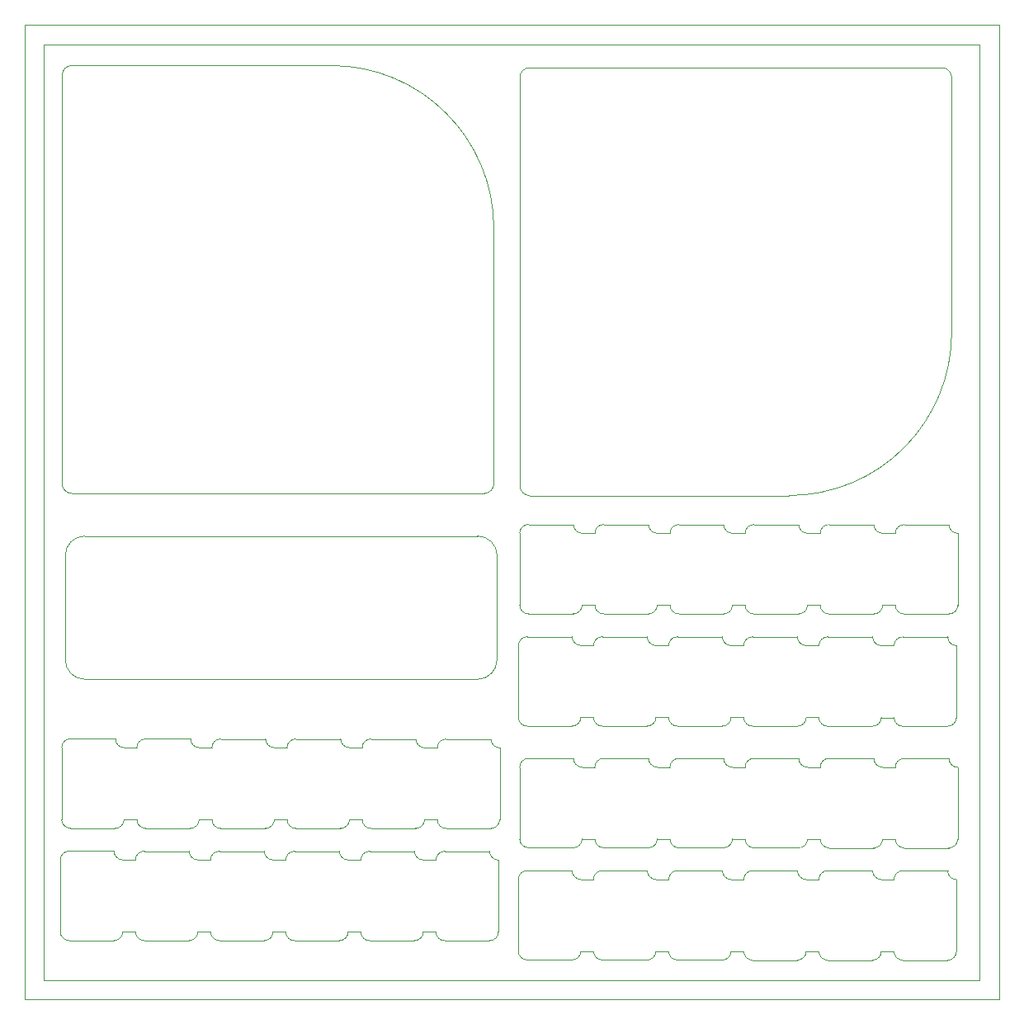
<source format=gm1>
%MOIN*%
%OFA0B0*%
%FSLAX46Y46*%
%IPPOS*%
%LPD*%
%ADD10C,0.0019685039370078744*%
%ADD21C,0.0019685039370078744*%
%ADD22C,0.0019685039370078744*%
%ADD23C,0.0019685039370078744*%
%ADD24C,0.0019685039370078744*%
D10*
X0000192716Y0003773976D02*
X0001239960Y0003773976D01*
X0000153346Y0002085000D02*
X0000153346Y0003734606D01*
X0001239960Y0003773976D02*
G75*
G02X0001897440Y0003116496J-0000657480D01*
G01*
X0000192716Y0002045629D02*
G75*
G02X0000153346Y0002085000J0000039370D01*
G01*
X0001897440Y0002085000D02*
G75*
G02X0001858070Y0002045629I-0000039370D01*
G01*
X0000153346Y0003734606D02*
G75*
G02X0000192716Y0003773976I0000039370D01*
G01*
X0001897440Y0003116496D02*
X0001897440Y0002085000D01*
X0000192716Y0002045629D02*
X0001858070Y0002045629D01*
X0000244960Y0001873543D02*
X0001831574Y0001873543D01*
X0001831574Y0001873543D02*
G75*
G02X0001910314Y0001794803J-0000078740D01*
G01*
X0000244960Y0001294803D02*
X0001831574Y0001294803D01*
X0000166220Y0001794803D02*
G75*
G02X0000244960Y0001873543I0000078740D01*
G01*
X0001910314Y0001794803D02*
X0001910314Y0001373543D01*
X0000244960Y0001294803D02*
G75*
G02X0000166220Y0001373543I-0000000078J0000078661D01*
G01*
X0001910314Y0001373543D02*
G75*
G02X0001831574Y0001294803I-0000078740D01*
G01*
X0000166220Y0001794803D02*
X0000166220Y0001373543D01*
X0003746850Y0002694566D02*
G75*
G02X0003089370Y0002037047I-0000657480J-0000000039D01*
G01*
X0003707480Y0003765393D02*
X0002042125Y0003765393D01*
X0003707480Y0003765393D02*
G75*
G02X0003746850Y0003726023J-0000039370D01*
G01*
X0003746850Y0003726023D02*
X0003746850Y0002694566D01*
X0002002755Y0003726023D02*
G75*
G02X0002042125Y0003765393I0000039370D01*
G01*
X0002042125Y0002037047D02*
X0003089370Y0002037047D01*
X0002042125Y0002037047D02*
G75*
G02X0002002755Y0002076417J0000039370D01*
G01*
X0002002755Y0003726023D02*
X0002002755Y0002076417D01*
G04 next file*
G04 #@! TF.GenerationSoftware,KiCad,Pcbnew,(5.1.2)-1*
G04 #@! TF.CreationDate,2019-11-15T00:39:08+05:30*
G04 #@! TF.ProjectId,NodesCombined,4e6f6465-7343-46f6-9d62-696e65642e6b,rev?*
G04 #@! TF.SameCoordinates,Original*
G04 #@! TF.FileFunction,Profile,NP*
G04 Gerber Fmt 4.6, Leading zero omitted, Abs format (unit mm)*
G04 Created by KiCad (PCBNEW (5.1.2)-1) date 2019-11-15 00:39:08*
G04 APERTURE LIST*
G04 APERTURE END LIST*
D21*
X0003766220Y0001430511D02*
X0003766141Y0001140196D01*
X0003549309Y0001104921D02*
G75*
G02X0003513876Y0001140354J0000035433D01*
G01*
X0003766220Y0001430511D02*
G75*
G02X0003730787Y0001465944J0000035433D01*
G01*
X0003513955Y0001430657D02*
G75*
G02X0003550472Y0001465944I0000035296J0000000011D01*
G01*
X0003766141Y0001140208D02*
G75*
G02X0003729624Y0001104921I-0000035296J-0000000011D01*
G01*
X0002942380Y0001105196D02*
G75*
G02X0002906947Y0001140629J0000035433D01*
G01*
X0003462677Y0001140365D02*
G75*
G02X0003426160Y0001105078I-0000035296J-0000000011D01*
G01*
X0003159291Y0001430787D02*
G75*
G02X0003123858Y0001466220J0000035433D01*
G01*
X0003159212Y0001140483D02*
X0003210393Y0001140483D01*
X0002907026Y0001430933D02*
G75*
G02X0002943543Y0001466220I0000035296J0000000011D01*
G01*
X0003159291Y0001430787D02*
X0003210472Y0001430787D01*
X0003550472Y0001465944D02*
X0003730787Y0001465944D01*
X0003729624Y0001104921D02*
X0003549309Y0001104921D01*
X0003462755Y0001430669D02*
G75*
G02X0003427322Y0001466102J0000035433D01*
G01*
X0003159212Y0001140483D02*
G75*
G02X0003122695Y0001105196I-0000035296J-0000000011D01*
G01*
X0003462755Y0001430669D02*
X0003513936Y0001430669D01*
X0003462677Y0001140365D02*
X0003513858Y0001140365D01*
X0003426160Y0001105078D02*
X0003245845Y0001105078D01*
X0003122695Y0001105196D02*
X0002942380Y0001105196D01*
X0003247007Y0001466102D02*
X0003427322Y0001466102D01*
X0002943543Y0001466220D02*
X0003123858Y0001466220D01*
X0003245845Y0001105078D02*
G75*
G02X0003210411Y0001140511J0000035433D01*
G01*
X0003210490Y0001430815D02*
G75*
G02X0003247007Y0001466102I0000035296J0000000011D01*
G01*
X0002861102Y0001594105D02*
X0002912283Y0001594105D01*
X0002861181Y0001884409D02*
X0002912362Y0001884409D01*
X0002638915Y0001105354D02*
G75*
G02X0002603482Y0001140787J0000035433D01*
G01*
X0002855826Y0001430944D02*
G75*
G02X0002820393Y0001466377J0000035433D01*
G01*
X0002855748Y0001140641D02*
X0002906929Y0001140641D01*
X0002603561Y0001431090D02*
G75*
G02X0002640078Y0001466377I0000035296J0000000011D01*
G01*
X0002855826Y0001430944D02*
X0002907007Y0001430944D01*
X0002855748Y0001140641D02*
G75*
G02X0002819230Y0001105354I-0000035296J-0000000011D01*
G01*
X0002819230Y0001105354D02*
X0002638915Y0001105354D01*
X0002640078Y0001466377D02*
X0002820393Y0001466377D01*
X0002552283Y0001140798D02*
X0002603464Y0001140798D01*
X0002552362Y0001431102D02*
X0002603543Y0001431102D01*
X0002248818Y0001140916D02*
X0002299999Y0001140916D01*
X0002248897Y0001431220D02*
X0002300078Y0001431220D01*
X0002335451Y0001105511D02*
G75*
G02X0002300018Y0001140944J0000035433D01*
G01*
X0002552362Y0001431102D02*
G75*
G02X0002516929Y0001466535J0000035433D01*
G01*
X0002300096Y0001431248D02*
G75*
G02X0002336614Y0001466535I0000035296J0000000011D01*
G01*
X0002552283Y0001140798D02*
G75*
G02X0002515766Y0001105511I-0000035296J-0000000011D01*
G01*
X0002515766Y0001105511D02*
X0002335451Y0001105511D01*
X0002336614Y0001466535D02*
X0002516929Y0001466535D01*
X0003468031Y0001593869D02*
X0003519212Y0001593869D01*
X0003252362Y0001919606D02*
X0003432677Y0001919606D01*
X0003431514Y0001558582D02*
X0003251199Y0001558582D01*
X0003164566Y0001593987D02*
X0003215748Y0001593987D01*
X0003468110Y0001884173D02*
G75*
G02X0003432677Y0001919606J0000035433D01*
G01*
X0003468031Y0001593869D02*
G75*
G02X0003431514Y0001558582I-0000035296J-0000000011D01*
G01*
X0003215845Y0001884319D02*
G75*
G02X0003252362Y0001919606I0000035296J0000000011D01*
G01*
X0003251199Y0001558582D02*
G75*
G02X0003215766Y0001594015J0000035433D01*
G01*
X0003555826Y0001919448D02*
X0003736141Y0001919448D01*
X0003554663Y0001558425D02*
G75*
G02X0003519230Y0001593858J0000035433D01*
G01*
X0003468110Y0001884173D02*
X0003519291Y0001884173D01*
X0003734978Y0001558425D02*
X0003554663Y0001558425D01*
X0003771574Y0001884015D02*
G75*
G02X0003736141Y0001919448J0000035433D01*
G01*
X0003771496Y0001593712D02*
G75*
G02X0003734978Y0001558425I-0000035296J-0000000011D01*
G01*
X0003771574Y0001884015D02*
X0003771496Y0001593700D01*
X0003519309Y0001884161D02*
G75*
G02X0003555826Y0001919448I0000035296J0000000011D01*
G01*
X0003164645Y0001884291D02*
G75*
G02X0003129212Y0001919724J0000035433D01*
G01*
X0003164645Y0001884291D02*
X0003215826Y0001884291D01*
X0002912380Y0001884437D02*
G75*
G02X0002948897Y0001919724I0000035296J0000000011D01*
G01*
X0002947734Y0001558700D02*
G75*
G02X0002912301Y0001594133J0000035433D01*
G01*
X0003128049Y0001558700D02*
X0002947734Y0001558700D01*
X0003164566Y0001593987D02*
G75*
G02X0003128049Y0001558700I-0000035296J-0000000011D01*
G01*
X0002948897Y0001919724D02*
X0003129212Y0001919724D01*
X0002557637Y0001594263D02*
X0002608818Y0001594263D01*
X0002557716Y0001884566D02*
X0002608897Y0001884566D01*
X0002254173Y0001594381D02*
X0002305354Y0001594381D01*
X0002254251Y0001884685D02*
X0002305433Y0001884685D01*
X0002001986Y0001884831D02*
X0002001908Y0001594527D01*
X0002217656Y0001559094D02*
X0002037341Y0001559094D01*
X0002037341Y0001559094D02*
G75*
G02X0002001908Y0001594527J0000035433D01*
G01*
X0002254173Y0001594381D02*
G75*
G02X0002217656Y0001559094I-0000035296J-0000000011D01*
G01*
X0002038503Y0001920118D02*
X0002218818Y0001920118D01*
X0002001986Y0001884831D02*
G75*
G02X0002038503Y0001920118I0000035296J0000000011D01*
G01*
X0002254251Y0001884685D02*
G75*
G02X0002218818Y0001920118J0000035433D01*
G01*
X0002521120Y0001558976D02*
X0002340805Y0001558976D01*
X0002340805Y0001558976D02*
G75*
G02X0002305372Y0001594409J0000035433D01*
G01*
X0002557637Y0001594263D02*
G75*
G02X0002521120Y0001558976I-0000035296J-0000000011D01*
G01*
X0002341968Y0001920000D02*
X0002522283Y0001920000D01*
X0002305451Y0001884713D02*
G75*
G02X0002341968Y0001920000I0000035296J0000000011D01*
G01*
X0002557716Y0001884566D02*
G75*
G02X0002522283Y0001920000J0000035433D01*
G01*
X0002824585Y0001558818D02*
X0002644270Y0001558818D01*
X0002644270Y0001558818D02*
G75*
G02X0002608837Y0001594251J0000035433D01*
G01*
X0002861102Y0001594105D02*
G75*
G02X0002824585Y0001558818I-0000035296J-0000000011D01*
G01*
X0002645433Y0001919842D02*
X0002825748Y0001919842D01*
X0002608915Y0001884555D02*
G75*
G02X0002645433Y0001919842I0000035296J0000000011D01*
G01*
X0002861181Y0001884409D02*
G75*
G02X0002825748Y0001919842J0000035433D01*
G01*
X0001996632Y0001431366D02*
X0001996553Y0001141062D01*
X0002212301Y0001105629D02*
X0002031986Y0001105629D01*
X0002031986Y0001105629D02*
G75*
G02X0001996553Y0001141062J0000035433D01*
G01*
X0002248818Y0001140916D02*
G75*
G02X0002212301Y0001105629I-0000035296J-0000000011D01*
G01*
X0002033149Y0001466653D02*
X0002213464Y0001466653D01*
X0001996632Y0001431366D02*
G75*
G02X0002033149Y0001466653I0000035296J0000000011D01*
G01*
X0002248897Y0001431220D02*
G75*
G02X0002213464Y0001466653J0000035433D01*
G01*
G04 next file*
G04 #@! TF.GenerationSoftware,KiCad,Pcbnew,(5.1.2)-1*
G04 #@! TF.CreationDate,2019-11-15T00:39:08+05:30*
G04 #@! TF.ProjectId,NodesCombined,4e6f6465-7343-46f6-9d62-696e65642e6b,rev?*
G04 #@! TF.SameCoordinates,Original*
G04 #@! TF.FileFunction,Profile,NP*
G04 Gerber Fmt 4.6, Leading zero omitted, Abs format (unit mm)*
G04 Created by KiCad (PCBNEW (5.1.2)-1) date 2019-11-15 00:39:08*
G04 APERTURE LIST*
G04 APERTURE END LIST*
D22*
X0003766220Y0000485629D02*
X0003766141Y0000195314D01*
X0003549309Y0000160039D02*
G75*
G02X0003513876Y0000195472J0000035433D01*
G01*
X0003766220Y0000485629D02*
G75*
G02X0003730787Y0000521062J0000035433D01*
G01*
X0003513955Y0000485776D02*
G75*
G02X0003550472Y0000521062I0000035296J0000000011D01*
G01*
X0003766141Y0000195326D02*
G75*
G02X0003729624Y0000160039I-0000035296J-0000000011D01*
G01*
X0002942380Y0000160314D02*
G75*
G02X0002906947Y0000195747J0000035433D01*
G01*
X0003462677Y0000195483D02*
G75*
G02X0003426160Y0000160196I-0000035296J-0000000011D01*
G01*
X0003159291Y0000485905D02*
G75*
G02X0003123858Y0000521338J0000035433D01*
G01*
X0003159212Y0000195601D02*
X0003210393Y0000195601D01*
X0002907026Y0000486051D02*
G75*
G02X0002943543Y0000521338I0000035296J0000000011D01*
G01*
X0003159291Y0000485905D02*
X0003210472Y0000485905D01*
X0003550472Y0000521062D02*
X0003730787Y0000521062D01*
X0003729624Y0000160039D02*
X0003549309Y0000160039D01*
X0003462755Y0000485787D02*
G75*
G02X0003427322Y0000521220J0000035433D01*
G01*
X0003159212Y0000195601D02*
G75*
G02X0003122695Y0000160314I-0000035296J-0000000011D01*
G01*
X0003462755Y0000485787D02*
X0003513936Y0000485787D01*
X0003462677Y0000195483D02*
X0003513858Y0000195483D01*
X0003426160Y0000160196D02*
X0003245845Y0000160196D01*
X0003122695Y0000160314D02*
X0002942380Y0000160314D01*
X0003247007Y0000521220D02*
X0003427322Y0000521220D01*
X0002943543Y0000521338D02*
X0003123858Y0000521338D01*
X0003245845Y0000160196D02*
G75*
G02X0003210411Y0000195629J0000035433D01*
G01*
X0003210490Y0000485933D02*
G75*
G02X0003247007Y0000521220I0000035296J0000000011D01*
G01*
X0002861102Y0000649223D02*
X0002912283Y0000649223D01*
X0002861181Y0000939527D02*
X0002912362Y0000939527D01*
X0002638915Y0000160472D02*
G75*
G02X0002603482Y0000195905J0000035433D01*
G01*
X0002855826Y0000486062D02*
G75*
G02X0002820393Y0000521496J0000035433D01*
G01*
X0002855748Y0000195759D02*
X0002906929Y0000195759D01*
X0002603561Y0000486209D02*
G75*
G02X0002640078Y0000521496I0000035296J0000000011D01*
G01*
X0002855826Y0000486062D02*
X0002907007Y0000486062D01*
X0002855748Y0000195759D02*
G75*
G02X0002819230Y0000160472I-0000035296J-0000000011D01*
G01*
X0002819230Y0000160472D02*
X0002638915Y0000160472D01*
X0002640078Y0000521496D02*
X0002820393Y0000521496D01*
X0002552283Y0000195916D02*
X0002603464Y0000195916D01*
X0002552362Y0000486220D02*
X0002603543Y0000486220D01*
X0002248818Y0000196034D02*
X0002299999Y0000196034D01*
X0002248897Y0000486338D02*
X0002300078Y0000486338D01*
X0002335451Y0000160629D02*
G75*
G02X0002300018Y0000196062J0000035433D01*
G01*
X0002552362Y0000486220D02*
G75*
G02X0002516929Y0000521653J0000035433D01*
G01*
X0002300096Y0000486366D02*
G75*
G02X0002336614Y0000521653I0000035296J0000000011D01*
G01*
X0002552283Y0000195916D02*
G75*
G02X0002515766Y0000160629I-0000035296J-0000000011D01*
G01*
X0002515766Y0000160629D02*
X0002335451Y0000160629D01*
X0002336614Y0000521653D02*
X0002516929Y0000521653D01*
X0003468031Y0000648987D02*
X0003519212Y0000648987D01*
X0003252362Y0000974724D02*
X0003432677Y0000974724D01*
X0003431514Y0000613700D02*
X0003251199Y0000613700D01*
X0003164566Y0000649105D02*
X0003215748Y0000649105D01*
X0003468110Y0000939291D02*
G75*
G02X0003432677Y0000974724J0000035433D01*
G01*
X0003468031Y0000648987D02*
G75*
G02X0003431514Y0000613700I-0000035296J-0000000011D01*
G01*
X0003215845Y0000939437D02*
G75*
G02X0003252362Y0000974724I0000035296J0000000011D01*
G01*
X0003251199Y0000613700D02*
G75*
G02X0003215766Y0000649133J0000035433D01*
G01*
X0003555826Y0000974566D02*
X0003736141Y0000974566D01*
X0003554663Y0000613543D02*
G75*
G02X0003519230Y0000648976J0000035433D01*
G01*
X0003468110Y0000939291D02*
X0003519291Y0000939291D01*
X0003734978Y0000613543D02*
X0003554663Y0000613543D01*
X0003771574Y0000939133D02*
G75*
G02X0003736141Y0000974566J0000035433D01*
G01*
X0003771496Y0000648830D02*
G75*
G02X0003734978Y0000613543I-0000035296J-0000000011D01*
G01*
X0003771574Y0000939133D02*
X0003771496Y0000648818D01*
X0003519309Y0000939279D02*
G75*
G02X0003555826Y0000974566I0000035296J0000000011D01*
G01*
X0003164645Y0000939409D02*
G75*
G02X0003129212Y0000974842J0000035433D01*
G01*
X0003164645Y0000939409D02*
X0003215826Y0000939409D01*
X0002912380Y0000939555D02*
G75*
G02X0002948897Y0000974842I0000035296J0000000011D01*
G01*
X0002947734Y0000613818D02*
G75*
G02X0002912301Y0000649251J0000035433D01*
G01*
X0003128049Y0000613818D02*
X0002947734Y0000613818D01*
X0003164566Y0000649105D02*
G75*
G02X0003128049Y0000613818I-0000035296J-0000000011D01*
G01*
X0002948897Y0000974842D02*
X0003129212Y0000974842D01*
X0002557637Y0000649381D02*
X0002608818Y0000649381D01*
X0002557716Y0000939685D02*
X0002608897Y0000939685D01*
X0002254173Y0000649499D02*
X0002305354Y0000649499D01*
X0002254251Y0000939803D02*
X0002305433Y0000939803D01*
X0002001986Y0000939949D02*
X0002001908Y0000649645D01*
X0002217656Y0000614212D02*
X0002037341Y0000614212D01*
X0002037341Y0000614212D02*
G75*
G02X0002001908Y0000649645J0000035433D01*
G01*
X0002254173Y0000649499D02*
G75*
G02X0002217656Y0000614212I-0000035296J-0000000011D01*
G01*
X0002038503Y0000975236D02*
X0002218818Y0000975236D01*
X0002001986Y0000939949D02*
G75*
G02X0002038503Y0000975236I0000035296J0000000011D01*
G01*
X0002254251Y0000939803D02*
G75*
G02X0002218818Y0000975236J0000035433D01*
G01*
X0002521120Y0000614094D02*
X0002340805Y0000614094D01*
X0002340805Y0000614094D02*
G75*
G02X0002305372Y0000649527J0000035433D01*
G01*
X0002557637Y0000649381D02*
G75*
G02X0002521120Y0000614094I-0000035296J-0000000011D01*
G01*
X0002341968Y0000975118D02*
X0002522283Y0000975118D01*
X0002305451Y0000939831D02*
G75*
G02X0002341968Y0000975118I0000035296J0000000011D01*
G01*
X0002557716Y0000939685D02*
G75*
G02X0002522283Y0000975118J0000035433D01*
G01*
X0002824585Y0000613936D02*
X0002644270Y0000613936D01*
X0002644270Y0000613936D02*
G75*
G02X0002608837Y0000649370J0000035433D01*
G01*
X0002861102Y0000649223D02*
G75*
G02X0002824585Y0000613936I-0000035296J-0000000011D01*
G01*
X0002645433Y0000974960D02*
X0002825748Y0000974960D01*
X0002608915Y0000939673D02*
G75*
G02X0002645433Y0000974960I0000035296J0000000011D01*
G01*
X0002861181Y0000939527D02*
G75*
G02X0002825748Y0000974960J0000035433D01*
G01*
X0001996632Y0000486484D02*
X0001996553Y0000196181D01*
X0002212301Y0000160747D02*
X0002031986Y0000160747D01*
X0002031986Y0000160747D02*
G75*
G02X0001996553Y0000196181J0000035433D01*
G01*
X0002248818Y0000196034D02*
G75*
G02X0002212301Y0000160747I-0000035296J-0000000011D01*
G01*
X0002033149Y0000521771D02*
X0002213464Y0000521771D01*
X0001996632Y0000486484D02*
G75*
G02X0002033149Y0000521771I0000035296J0000000011D01*
G01*
X0002248897Y0000486338D02*
G75*
G02X0002213464Y0000521771J0000035433D01*
G01*
G04 next file*
G04 #@! TF.GenerationSoftware,KiCad,Pcbnew,(5.1.2)-1*
G04 #@! TF.CreationDate,2019-11-15T00:39:08+05:30*
G04 #@! TF.ProjectId,NodesCombined,4e6f6465-7343-46f6-9d62-696e65642e6b,rev?*
G04 #@! TF.SameCoordinates,Original*
G04 #@! TF.FileFunction,Profile,NP*
G04 Gerber Fmt 4.6, Leading zero omitted, Abs format (unit mm)*
G04 Created by KiCad (PCBNEW (5.1.2)-1) date 2019-11-15 00:39:08*
G04 APERTURE LIST*
G04 APERTURE END LIST*
D23*
X0001915826Y0000564370D02*
X0001915748Y0000274055D01*
X0001698915Y0000238779D02*
G75*
G02X0001663482Y0000274212J0000035433D01*
G01*
X0001915826Y0000564370D02*
G75*
G02X0001880393Y0000599803J0000035433D01*
G01*
X0001663561Y0000564516D02*
G75*
G02X0001700078Y0000599803I0000035296J0000000011D01*
G01*
X0001915748Y0000274066D02*
G75*
G02X0001879230Y0000238779I-0000035296J-0000000011D01*
G01*
X0001091986Y0000239055D02*
G75*
G02X0001056553Y0000274488J0000035433D01*
G01*
X0001612283Y0000274223D02*
G75*
G02X0001575766Y0000238937I-0000035296J-0000000011D01*
G01*
X0001308897Y0000564645D02*
G75*
G02X0001273464Y0000600078J0000035433D01*
G01*
X0001308818Y0000274342D02*
X0001359999Y0000274342D01*
X0001056632Y0000564791D02*
G75*
G02X0001093149Y0000600078I0000035296J0000000011D01*
G01*
X0001308897Y0000564645D02*
X0001360078Y0000564645D01*
X0001700078Y0000599803D02*
X0001880393Y0000599803D01*
X0001879230Y0000238779D02*
X0001698915Y0000238779D01*
X0001612362Y0000564527D02*
G75*
G02X0001576929Y0000599960J0000035433D01*
G01*
X0001308818Y0000274342D02*
G75*
G02X0001272301Y0000239055I-0000035296J-0000000011D01*
G01*
X0001612362Y0000564527D02*
X0001663543Y0000564527D01*
X0001612283Y0000274223D02*
X0001663464Y0000274223D01*
X0001575766Y0000238937D02*
X0001395451Y0000238937D01*
X0001272301Y0000239055D02*
X0001091986Y0000239055D01*
X0001396614Y0000599960D02*
X0001576929Y0000599960D01*
X0001093149Y0000600078D02*
X0001273464Y0000600078D01*
X0001395451Y0000238937D02*
G75*
G02X0001360018Y0000274370J0000035433D01*
G01*
X0001360096Y0000564673D02*
G75*
G02X0001396614Y0000599960I0000035296J0000000011D01*
G01*
X0001010708Y0000727964D02*
X0001061889Y0000727964D01*
X0001010787Y0001018267D02*
X0001061968Y0001018267D01*
X0000788522Y0000239212D02*
G75*
G02X0000753089Y0000274645J0000035433D01*
G01*
X0001005433Y0000564803D02*
G75*
G02X0000970000Y0000600236J0000035433D01*
G01*
X0001005354Y0000274499D02*
X0001056535Y0000274499D01*
X0000753167Y0000564949D02*
G75*
G02X0000789685Y0000600236I0000035296J0000000011D01*
G01*
X0001005433Y0000564803D02*
X0001056614Y0000564803D01*
X0001005354Y0000274499D02*
G75*
G02X0000968837Y0000239212I-0000035296J-0000000011D01*
G01*
X0000968837Y0000239212D02*
X0000788522Y0000239212D01*
X0000789685Y0000600236D02*
X0000970000Y0000600236D01*
X0000701889Y0000274657D02*
X0000753070Y0000274657D01*
X0000701968Y0000564960D02*
X0000753149Y0000564960D01*
X0000398425Y0000274775D02*
X0000449606Y0000274775D01*
X0000398503Y0000565078D02*
X0000449685Y0000565078D01*
X0000485057Y0000239370D02*
G75*
G02X0000449624Y0000274803J0000035433D01*
G01*
X0000701968Y0000564960D02*
G75*
G02X0000666535Y0000600393J0000035433D01*
G01*
X0000449703Y0000565106D02*
G75*
G02X0000486220Y0000600393I0000035296J0000000011D01*
G01*
X0000701889Y0000274657D02*
G75*
G02X0000665372Y0000239370I-0000035296J-0000000011D01*
G01*
X0000665372Y0000239370D02*
X0000485057Y0000239370D01*
X0000486220Y0000600393D02*
X0000666535Y0000600393D01*
X0001617637Y0000727727D02*
X0001668818Y0000727727D01*
X0001401968Y0001053464D02*
X0001582283Y0001053464D01*
X0001581120Y0000692440D02*
X0001400805Y0000692440D01*
X0001314173Y0000727846D02*
X0001365354Y0000727846D01*
X0001617716Y0001018031D02*
G75*
G02X0001582283Y0001053464J0000035433D01*
G01*
X0001617637Y0000727727D02*
G75*
G02X0001581120Y0000692440I-0000035296J-0000000011D01*
G01*
X0001365451Y0001018177D02*
G75*
G02X0001401968Y0001053464I0000035296J0000000011D01*
G01*
X0001400805Y0000692440D02*
G75*
G02X0001365372Y0000727874J0000035433D01*
G01*
X0001705433Y0001053307D02*
X0001885747Y0001053307D01*
X0001704270Y0000692283D02*
G75*
G02X0001668837Y0000727716J0000035433D01*
G01*
X0001617716Y0001018031D02*
X0001668897Y0001018031D01*
X0001884585Y0000692283D02*
X0001704270Y0000692283D01*
X0001921181Y0001017874D02*
G75*
G02X0001885747Y0001053307J0000035433D01*
G01*
X0001921102Y0000727570D02*
G75*
G02X0001884585Y0000692283I-0000035296J-0000000011D01*
G01*
X0001921181Y0001017874D02*
X0001921102Y0000727559D01*
X0001668915Y0001018020D02*
G75*
G02X0001705433Y0001053307I0000035296J0000000011D01*
G01*
X0001314251Y0001018149D02*
G75*
G02X0001278818Y0001053582J0000035433D01*
G01*
X0001314251Y0001018149D02*
X0001365433Y0001018149D01*
X0001061986Y0001018295D02*
G75*
G02X0001098503Y0001053582I0000035296J0000000011D01*
G01*
X0001097341Y0000692559D02*
G75*
G02X0001061908Y0000727992J0000035433D01*
G01*
X0001277656Y0000692559D02*
X0001097341Y0000692559D01*
X0001314173Y0000727846D02*
G75*
G02X0001277656Y0000692559I-0000035296J-0000000011D01*
G01*
X0001098503Y0001053582D02*
X0001278818Y0001053582D01*
X0000707244Y0000728121D02*
X0000758425Y0000728121D01*
X0000707322Y0001018425D02*
X0000758503Y0001018425D01*
X0000403779Y0000728239D02*
X0000454960Y0000728239D01*
X0000403858Y0001018543D02*
X0000455039Y0001018543D01*
X0000151593Y0001018689D02*
X0000151514Y0000728385D01*
X0000367262Y0000692952D02*
X0000186947Y0000692952D01*
X0000186947Y0000692952D02*
G75*
G02X0000151514Y0000728385J0000035433D01*
G01*
X0000403779Y0000728239D02*
G75*
G02X0000367262Y0000692952I-0000035296J-0000000011D01*
G01*
X0000188110Y0001053976D02*
X0000368425Y0001053976D01*
X0000151593Y0001018689D02*
G75*
G02X0000188110Y0001053976I0000035296J0000000011D01*
G01*
X0000403858Y0001018543D02*
G75*
G02X0000368425Y0001053976J0000035433D01*
G01*
X0000670726Y0000692834D02*
X0000490411Y0000692834D01*
X0000490411Y0000692834D02*
G75*
G02X0000454978Y0000728267J0000035433D01*
G01*
X0000707244Y0000728121D02*
G75*
G02X0000670726Y0000692834I-0000035296J-0000000011D01*
G01*
X0000491574Y0001053858D02*
X0000671889Y0001053858D01*
X0000455057Y0001018571D02*
G75*
G02X0000491574Y0001053858I0000035296J0000000011D01*
G01*
X0000707322Y0001018425D02*
G75*
G02X0000671889Y0001053858J0000035433D01*
G01*
X0000974191Y0000692677D02*
X0000793876Y0000692677D01*
X0000793876Y0000692677D02*
G75*
G02X0000758443Y0000728110J0000035433D01*
G01*
X0001010708Y0000727964D02*
G75*
G02X0000974191Y0000692677I-0000035296J-0000000011D01*
G01*
X0000795039Y0001053700D02*
X0000975354Y0001053700D01*
X0000758522Y0001018413D02*
G75*
G02X0000795039Y0001053700I0000035296J0000000011D01*
G01*
X0001010787Y0001018267D02*
G75*
G02X0000975354Y0001053700J0000035433D01*
G01*
X0000146238Y0000565224D02*
X0000146160Y0000274921D01*
X0000361908Y0000239488D02*
X0000181593Y0000239488D01*
X0000181593Y0000239488D02*
G75*
G02X0000146160Y0000274921J0000035433D01*
G01*
X0000398425Y0000274775D02*
G75*
G02X0000361908Y0000239488I-0000035296J-0000000011D01*
G01*
X0000182755Y0000600511D02*
X0000363070Y0000600511D01*
X0000146238Y0000565224D02*
G75*
G02X0000182755Y0000600511I0000035296J0000000011D01*
G01*
X0000398503Y0000565078D02*
G75*
G02X0000363070Y0000600511J0000035433D01*
G01*
G04 next file*
G04 #@! TF.GenerationSoftware,KiCad,Pcbnew,(5.1.2)-1*
G04 #@! TF.CreationDate,2019-11-15T00:47:22+05:30*
G04 #@! TF.ProjectId,NodeFrame,4e6f6465-4672-4616-9d65-2e6b69636164,rev?*
G04 #@! TF.SameCoordinates,Original*
G04 #@! TF.FileFunction,Profile,NP*
G04 Gerber Fmt 4.6, Leading zero omitted, Abs format (unit mm)*
G04 Created by KiCad (PCBNEW (5.1.2)-1) date 2019-11-15 00:47:22*
G04 APERTURE LIST*
G04 APERTURE END LIST*
D24*
X0003860196Y0000080315D02*
X0003860196Y0003859842D01*
X0000080669Y0000080315D02*
X0000080669Y0003859842D01*
X0000080669Y0000080315D02*
X0003860196Y0000080315D01*
X0000080669Y0003859842D02*
X0003860196Y0003859842D01*
X0000001929Y0000001574D02*
X0000001929Y0003938582D01*
X0003938937Y0000001574D02*
X0003938937Y0003938582D01*
X0000001929Y0000001574D02*
X0003938937Y0000001574D01*
X0000001929Y0003938582D02*
X0003938937Y0003938582D01*
M02*
</source>
